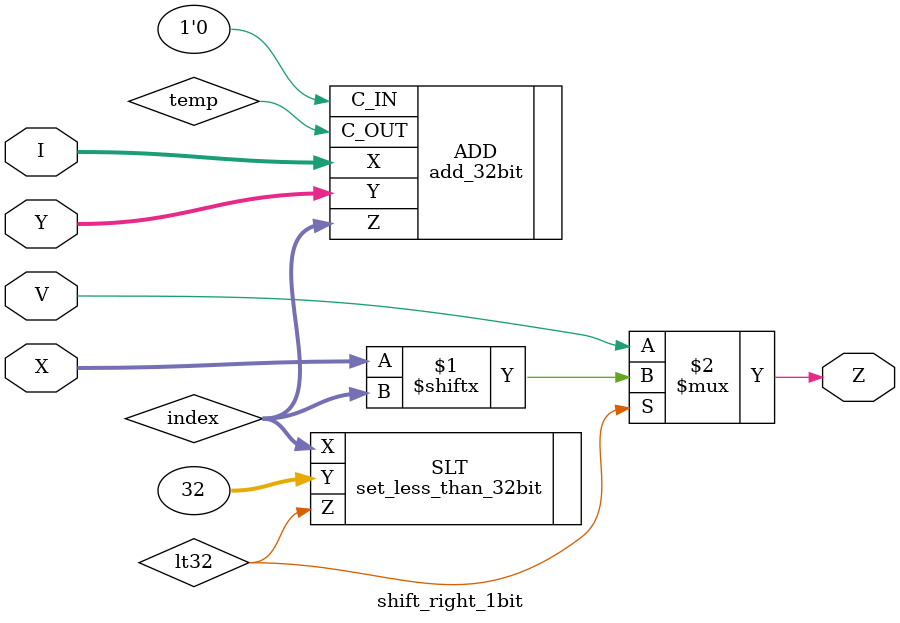
<source format=v>
`timescale 1ns / 1ps
`default_nettype none
module shift_right_1bit(X,Y,I,V,Z);
	//port definitions
	input  wire [31:0] X, Y, I;
   input  wire V;
	output wire Z;

// j = i + Y; if j < 31: Z[i] = X[j]; else Z[i] = 0
   wire [31:0] index;
   wire lt32, temp;
   add_32bit ADD (.X(I), .Y(Y), .Z(index), .C_IN(1'b0), .C_OUT(temp));
   set_less_than_32bit SLT (.X(index), .Y(32'd32), .Z(lt32));
   assign Z = lt32 ? X[index] : V;

endmodule
`default_nettype wire

</source>
